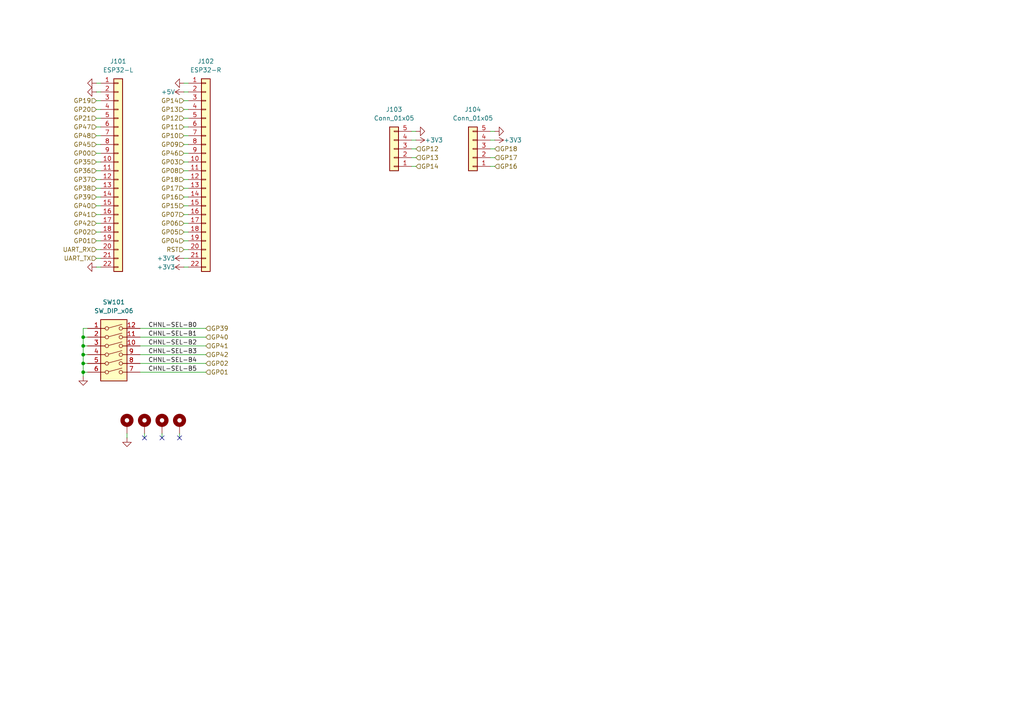
<source format=kicad_sch>
(kicad_sch (version 20250114) (generator "eeschema") (generator_version "9.0")
  (paper "A4")
  (lib_symbols
    (symbol "Connector_Generic:Conn_01x05" (pin_names (offset 1.016) (hide yes))
      (property "Reference" "J" (at 0 7.62 0))
      (property "Value" "Conn_01x05" (at 0 -7.62 0))
      (symbol "Conn_01x05_1_1"
        (rectangle (start -1.27 6.35) (end 1.27 -6.35) (stroke (width 0.254)) (fill (type background)))
        (rectangle (start -1.27 5.207) (end 0 4.953) (stroke (width 0.1524)))
        (rectangle (start -1.27 2.667) (end 0 2.413) (stroke (width 0.1524)))
        (rectangle (start -1.27 0.127) (end 0 -0.127) (stroke (width 0.1524)))
        (rectangle (start -1.27 -2.413) (end 0 -2.667) (stroke (width 0.1524)))
        (rectangle (start -1.27 -4.953) (end 0 -5.207) (stroke (width 0.1524)))
        (pin passive line (at -5.08 5.08 0) (length 3.81) (name "Pin_1") (number "1"))
        (pin passive line (at -5.08 2.54 0) (length 3.81) (name "Pin_2") (number "2"))
        (pin passive line (at -5.08 0 0) (length 3.81) (name "Pin_3") (number "3"))
        (pin passive line (at -5.08 -2.54 0) (length 3.81) (name "Pin_4") (number "4"))
        (pin passive line (at -5.08 -5.08 0) (length 3.81) (name "Pin_5") (number "5"))
      )
    )
    (symbol "Connector_Generic:Conn_01x22" (pin_names (offset 1.016) (hide yes))
      (property "Reference" "J" (at 0 27.94 0))
      (property "Value" "Conn_01x22" (at 0 -30.48 0))
      (symbol "Conn_01x22_1_1"
        (rectangle (start -1.27 26.67) (end 1.27 -29.21) (stroke (width 0.254)) (fill (type background)))
        (rectangle (start -1.27 25.527) (end 0 25.273) (stroke (width 0.1524)))
        (rectangle (start -1.27 22.987) (end 0 22.733) (stroke (width 0.1524)))
        (rectangle (start -1.27 20.447) (end 0 20.193) (stroke (width 0.1524)))
        (rectangle (start -1.27 17.907) (end 0 17.653) (stroke (width 0.1524)))
        (rectangle (start -1.27 15.367) (end 0 15.113) (stroke (width 0.1524)))
        (rectangle (start -1.27 12.827) (end 0 12.573) (stroke (width 0.1524)))
        (rectangle (start -1.27 10.287) (end 0 10.033) (stroke (width 0.1524)))
        (rectangle (start -1.27 7.747) (end 0 7.493) (stroke (width 0.1524)))
        (rectangle (start -1.27 5.207) (end 0 4.953) (stroke (width 0.1524)))
        (rectangle (start -1.27 2.667) (end 0 2.413) (stroke (width 0.1524)))
        (rectangle (start -1.27 0.127) (end 0 -0.127) (stroke (width 0.1524)))
        (rectangle (start -1.27 -2.413) (end 0 -2.667) (stroke (width 0.1524)))
        (rectangle (start -1.27 -4.953) (end 0 -5.207) (stroke (width 0.1524)))
        (rectangle (start -1.27 -7.493) (end 0 -7.747) (stroke (width 0.1524)))
        (rectangle (start -1.27 -10.033) (end 0 -10.287) (stroke (width 0.1524)))
        (rectangle (start -1.27 -12.573) (end 0 -12.827) (stroke (width 0.1524)))
        (rectangle (start -1.27 -15.113) (end 0 -15.367) (stroke (width 0.1524)))
        (rectangle (start -1.27 -17.653) (end 0 -17.907) (stroke (width 0.1524)))
        (rectangle (start -1.27 -20.193) (end 0 -20.447) (stroke (width 0.1524)))
        (rectangle (start -1.27 -22.733) (end 0 -22.987) (stroke (width 0.1524)))
        (rectangle (start -1.27 -25.273) (end 0 -25.527) (stroke (width 0.1524)))
        (rectangle (start -1.27 -27.813) (end 0 -28.067) (stroke (width 0.1524)))
        (pin passive line (at -5.08 25.4 0) (length 3.81) (name "Pin_1") (number "1"))
        (pin passive line (at -5.08 22.86 0) (length 3.81) (name "Pin_2") (number "2"))
        (pin passive line (at -5.08 20.32 0) (length 3.81) (name "Pin_3") (number "3"))
        (pin passive line (at -5.08 17.78 0) (length 3.81) (name "Pin_4") (number "4"))
        (pin passive line (at -5.08 15.24 0) (length 3.81) (name "Pin_5") (number "5"))
        (pin passive line (at -5.08 12.7 0) (length 3.81) (name "Pin_6") (number "6"))
        (pin passive line (at -5.08 10.16 0) (length 3.81) (name "Pin_7") (number "7"))
        (pin passive line (at -5.08 7.62 0) (length 3.81) (name "Pin_8") (number "8"))
        (pin passive line (at -5.08 5.08 0) (length 3.81) (name "Pin_9") (number "9"))
        (pin passive line (at -5.08 2.54 0) (length 3.81) (name "Pin_10") (number "10"))
        (pin passive line (at -5.08 0 0) (length 3.81) (name "Pin_11") (number "11"))
        (pin passive line (at -5.08 -2.54 0) (length 3.81) (name "Pin_12") (number "12"))
        (pin passive line (at -5.08 -5.08 0) (length 3.81) (name "Pin_13") (number "13"))
        (pin passive line (at -5.08 -7.62 0) (length 3.81) (name "Pin_14") (number "14"))
        (pin passive line (at -5.08 -10.16 0) (length 3.81) (name "Pin_15") (number "15"))
        (pin passive line (at -5.08 -12.7 0) (length 3.81) (name "Pin_16") (number "16"))
        (pin passive line (at -5.08 -15.24 0) (length 3.81) (name "Pin_17") (number "17"))
        (pin passive line (at -5.08 -17.78 0) (length 3.81) (name "Pin_18") (number "18"))
        (pin passive line (at -5.08 -20.32 0) (length 3.81) (name "Pin_19") (number "19"))
        (pin passive line (at -5.08 -22.86 0) (length 3.81) (name "Pin_20") (number "20"))
        (pin passive line (at -5.08 -25.4 0) (length 3.81) (name "Pin_21") (number "21"))
        (pin passive line (at -5.08 -27.94 0) (length 3.81) (name "Pin_22") (number "22"))
      )
    )
    (symbol "Mechanical:MountingHole_Pad" (pin_numbers (hide yes)) (pin_names (offset 1.016) (hide yes)) (exclude_from_sim yes) (in_bom no)
      (property "Reference" "H" (at 0 6.35 0))
      (property "Value" "MountingHole_Pad" (at 0 4.445 0))
      (symbol "MountingHole_Pad_0_1"
        (circle (center 0 1.27) (radius 1.27) (stroke (width 1.27)))
      )
      (symbol "MountingHole_Pad_1_1"
        (pin input line (at 0 -2.54 90) (length 2.54) (name "1") (number "1"))
      )
    )
    (symbol "Switch:SW_DIP_x06" (pin_names (offset 0) (hide yes))
      (property "Reference" "SW" (at 0 11.43 0))
      (property "Value" "SW_DIP_x06" (at 0 -8.89 0))
      (symbol "SW_DIP_x06_0_0"
        (circle (center -2.032 7.62) (radius 0.508))
        (circle (center -2.032 5.08) (radius 0.508))
        (circle (center -2.032 2.54) (radius 0.508))
        (circle (center -2.032 0) (radius 0.508))
        (circle (center -2.032 -2.54) (radius 0.508))
        (circle (center -2.032 -5.08) (radius 0.508))
        (polyline (pts (xy -1.524 7.747) (xy 2.3622 8.7884)))
        (polyline (pts (xy -1.524 5.207) (xy 2.3622 6.2484)))
        (polyline (pts (xy -1.524 2.667) (xy 2.3622 3.7084)))
        (polyline (pts (xy -1.524 0.127) (xy 2.3622 1.1684)))
        (polyline (pts (xy -1.524 -2.3876) (xy 2.3622 -1.3462)))
        (polyline (pts (xy -1.524 -4.9276) (xy 2.3622 -3.8862)))
        (circle (center 2.032 7.62) (radius 0.508))
        (circle (center 2.032 5.08) (radius 0.508))
        (circle (center 2.032 2.54) (radius 0.508))
        (circle (center 2.032 0) (radius 0.508))
        (circle (center 2.032 -2.54) (radius 0.508))
        (circle (center 2.032 -5.08) (radius 0.508))
      )
      (symbol "SW_DIP_x06_0_1"
        (rectangle (start -3.81 10.16) (end 3.81 -7.62) (stroke (width 0.254)) (fill (type background)))
      )
      (symbol "SW_DIP_x06_1_1"
        (pin passive line (at -7.62 7.62 0) (length 5.08) (name "~") (number "1"))
        (pin passive line (at -7.62 5.08 0) (length 5.08) (name "~") (number "2"))
        (pin passive line (at -7.62 2.54 0) (length 5.08) (name "~") (number "3"))
        (pin passive line (at -7.62 0 0) (length 5.08) (name "~") (number "4"))
        (pin passive line (at -7.62 -2.54 0) (length 5.08) (name "~") (number "5"))
        (pin passive line (at -7.62 -5.08 0) (length 5.08) (name "~") (number "6"))
        (pin passive line (at 7.62 7.62 180) (length 5.08) (name "~") (number "12"))
        (pin passive line (at 7.62 5.08 180) (length 5.08) (name "~") (number "11"))
        (pin passive line (at 7.62 2.54 180) (length 5.08) (name "~") (number "10"))
        (pin passive line (at 7.62 0 180) (length 5.08) (name "~") (number "9"))
        (pin passive line (at 7.62 -2.54 180) (length 5.08) (name "~") (number "8"))
        (pin passive line (at 7.62 -5.08 180) (length 5.08) (name "~") (number "7"))
      )
    )
    (symbol "power:+3V3" (power) (pin_numbers (hide yes)) (pin_names (offset 0) (hide yes))
      (property "Value" "+3V3" (at 0 3.556 0))
      (symbol "+3V3_0_1"
        (polyline (pts (xy -0.762 1.27) (xy 0 2.54)))
        (polyline (pts (xy 0 2.54) (xy 0.762 1.27)))
        (polyline (pts (xy 0 0) (xy 0 2.54)))
      )
      (symbol "+3V3_1_1"
        (pin power_in line (at 0 0 90) (length 0) (name "~") (number "1"))
      )
    )
    (symbol "power:+5V" (power) (pin_numbers (hide yes)) (pin_names (offset 0) (hide yes))
      (property "Value" "+5V" (at 0 3.556 0))
      (symbol "+5V_0_1"
        (polyline (pts (xy -0.762 1.27) (xy 0 2.54)))
        (polyline (pts (xy 0 2.54) (xy 0.762 1.27)))
        (polyline (pts (xy 0 0) (xy 0 2.54)))
      )
      (symbol "+5V_1_1"
        (pin power_in line (at 0 0 90) (length 0) (name "~") (number "1"))
      )
    )
    (symbol "power:GND" (power) (pin_numbers (hide yes)) (pin_names (offset 0) (hide yes))
      (property "Value" "GND" (at 0 -3.81 0))
      (symbol "GND_0_1"
        (polyline (pts (xy 0 0) (xy 0 -1.27) (xy 1.27 -1.27) (xy 0 -2.54) (xy -1.27 -1.27) (xy 0 -1.27)))
      )
      (symbol "GND_1_1"
        (pin power_in line (at 0 0 270) (length 0) (name "~") (number "1"))
      )
    )
  )
  (junction (at 24.13 105.41))
  (junction (at 24.13 102.87))
  (junction (at 24.13 97.79))
  (junction (at 24.13 100.33))
  (junction (at 24.13 107.95))
  (no_connect (at 41.91 127))
  (no_connect (at 52.07 127))
  (no_connect (at 46.99 127))
  (wire (pts (xy 24.13 100.33) (xy 25.4 100.33)))
  (wire (pts (xy 24.13 102.87) (xy 24.13 105.41)))
  (wire (pts (xy 52.07 127) (xy 52.07 125.73)))
  (wire (pts (xy 40.64 105.41) (xy 59.69 105.41)))
  (wire (pts (xy 36.83 127) (xy 36.83 125.73)))
  (wire (pts (xy 119.38 48.26) (xy 120.65 48.26)))
  (wire (pts (xy 41.91 127) (xy 41.91 125.73)))
  (wire (pts (xy 53.34 31.75) (xy 54.61 31.75)))
  (wire (pts (xy 27.94 44.45) (xy 29.21 44.45)))
  (wire (pts (xy 27.94 57.15) (xy 29.21 57.15)))
  (wire (pts (xy 27.94 74.93) (xy 29.21 74.93)))
  (wire (pts (xy 53.34 24.13) (xy 54.61 24.13)))
  (wire (pts (xy 27.94 46.99) (xy 29.21 46.99)))
  (wire (pts (xy 24.13 107.95) (xy 24.13 109.22)))
  (wire (pts (xy 24.13 95.25) (xy 25.4 95.25)))
  (wire (pts (xy 119.38 45.72) (xy 120.65 45.72)))
  (wire (pts (xy 142.24 43.18) (xy 143.51 43.18)))
  (wire (pts (xy 53.34 62.23) (xy 54.61 62.23)))
  (wire (pts (xy 40.64 95.25) (xy 59.69 95.25)))
  (wire (pts (xy 53.34 36.83) (xy 54.61 36.83)))
  (wire (pts (xy 53.34 46.99) (xy 54.61 46.99)))
  (wire (pts (xy 53.34 52.07) (xy 54.61 52.07)))
  (wire (pts (xy 53.34 67.31) (xy 54.61 67.31)))
  (wire (pts (xy 142.24 45.72) (xy 143.51 45.72)))
  (wire (pts (xy 27.94 77.47) (xy 29.21 77.47)))
  (wire (pts (xy 27.94 31.75) (xy 29.21 31.75)))
  (wire (pts (xy 142.24 48.26) (xy 143.51 48.26)))
  (wire (pts (xy 24.13 107.95) (xy 25.4 107.95)))
  (wire (pts (xy 27.94 36.83) (xy 29.21 36.83)))
  (wire (pts (xy 53.34 69.85) (xy 54.61 69.85)))
  (wire (pts (xy 27.94 52.07) (xy 29.21 52.07)))
  (wire (pts (xy 27.94 24.13) (xy 29.21 24.13)))
  (wire (pts (xy 24.13 100.33) (xy 24.13 102.87)))
  (wire (pts (xy 119.38 43.18) (xy 120.65 43.18)))
  (wire (pts (xy 24.13 97.79) (xy 24.13 100.33)))
  (wire (pts (xy 53.34 41.91) (xy 54.61 41.91)))
  (wire (pts (xy 53.34 59.69) (xy 54.61 59.69)))
  (wire (pts (xy 53.34 34.29) (xy 54.61 34.29)))
  (wire (pts (xy 27.94 62.23) (xy 29.21 62.23)))
  (wire (pts (xy 40.64 97.79) (xy 59.69 97.79)))
  (wire (pts (xy 53.34 74.93) (xy 54.61 74.93)))
  (wire (pts (xy 40.64 107.95) (xy 59.69 107.95)))
  (wire (pts (xy 53.34 72.39) (xy 54.61 72.39)))
  (wire (pts (xy 24.13 102.87) (xy 25.4 102.87)))
  (wire (pts (xy 27.94 67.31) (xy 29.21 67.31)))
  (wire (pts (xy 27.94 54.61) (xy 29.21 54.61)))
  (wire (pts (xy 24.13 105.41) (xy 25.4 105.41)))
  (wire (pts (xy 53.34 44.45) (xy 54.61 44.45)))
  (wire (pts (xy 40.64 102.87) (xy 59.69 102.87)))
  (wire (pts (xy 119.38 40.64) (xy 120.65 40.64)))
  (wire (pts (xy 53.34 77.47) (xy 54.61 77.47)))
  (wire (pts (xy 53.34 64.77) (xy 54.61 64.77)))
  (wire (pts (xy 27.94 72.39) (xy 29.21 72.39)))
  (wire (pts (xy 53.34 29.21) (xy 54.61 29.21)))
  (wire (pts (xy 40.64 100.33) (xy 59.69 100.33)))
  (wire (pts (xy 27.94 39.37) (xy 29.21 39.37)))
  (wire (pts (xy 53.34 49.53) (xy 54.61 49.53)))
  (wire (pts (xy 27.94 59.69) (xy 29.21 59.69)))
  (wire (pts (xy 24.13 95.25) (xy 24.13 97.79)))
  (wire (pts (xy 27.94 64.77) (xy 29.21 64.77)))
  (wire (pts (xy 27.94 26.67) (xy 29.21 26.67)))
  (wire (pts (xy 27.94 69.85) (xy 29.21 69.85)))
  (wire (pts (xy 27.94 34.29) (xy 29.21 34.29)))
  (wire (pts (xy 53.34 54.61) (xy 54.61 54.61)))
  (wire (pts (xy 142.24 38.1) (xy 143.51 38.1)))
  (wire (pts (xy 27.94 29.21) (xy 29.21 29.21)))
  (wire (pts (xy 24.13 97.79) (xy 25.4 97.79)))
  (wire (pts (xy 46.99 127) (xy 46.99 125.73)))
  (wire (pts (xy 53.34 39.37) (xy 54.61 39.37)))
  (wire (pts (xy 27.94 49.53) (xy 29.21 49.53)))
  (wire (pts (xy 142.24 40.64) (xy 143.51 40.64)))
  (wire (pts (xy 119.38 38.1) (xy 120.65 38.1)))
  (wire (pts (xy 53.34 57.15) (xy 54.61 57.15)))
  (wire (pts (xy 53.34 26.67) (xy 54.61 26.67)))
  (wire (pts (xy 27.94 41.91) (xy 29.21 41.91)))
  (wire (pts (xy 24.13 105.41) (xy 24.13 107.95)))
  (label "CHNL-SEL-B2" (at 57.15 100.33 180))
  (label "CHNL-SEL-B3" (at 57.15 102.87 180))
  (label "CHNL-SEL-B0" (at 57.15 95.25 180))
  (label "CHNL-SEL-B1" (at 57.15 97.79 180))
  (label "CHNL-SEL-B4" (at 57.15 105.41 180))
  (label "CHNL-SEL-B5" (at 57.15 107.95 180))
  (hierarchical_label "GP18" (shape input) (at 53.34 52.07 180))
  (hierarchical_label "GP01" (shape input) (at 59.69 107.95 0))
  (hierarchical_label "UART_TX" (shape input) (at 27.94 74.93 180))
  (hierarchical_label "GP16" (shape input) (at 53.34 57.15 180))
  (hierarchical_label "GP13" (shape input) (at 120.65 45.72 0))
  (hierarchical_label "GP02" (shape input) (at 27.94 67.31 180))
  (hierarchical_label "GP42" (shape input) (at 59.69 102.87 0))
  (hierarchical_label "GP35" (shape input) (at 27.94 46.99 180))
  (hierarchical_label "GP39" (shape input) (at 59.69 95.25 0))
  (hierarchical_label "GP45" (shape input) (at 27.94 41.91 180))
  (hierarchical_label "GP01" (shape input) (at 27.94 69.85 180))
  (hierarchical_label "GP17" (shape input) (at 143.51 45.72 0))
  (hierarchical_label "GP03" (shape input) (at 53.34 46.99 180))
  (hierarchical_label "RST" (shape input) (at 53.34 72.39 180))
  (hierarchical_label "GP14" (shape input) (at 120.65 48.26 0))
  (hierarchical_label "GP48" (shape input) (at 27.94 39.37 180))
  (hierarchical_label "GP40" (shape input) (at 59.69 97.79 0))
  (hierarchical_label "GP47" (shape input) (at 27.94 36.83 180))
  (hierarchical_label "GP12" (shape input) (at 53.34 34.29 180))
  (hierarchical_label "UART_RX" (shape input) (at 27.94 72.39 180))
  (hierarchical_label "GP17" (shape input) (at 53.34 54.61 180))
  (hierarchical_label "GP41" (shape input) (at 27.94 62.23 180))
  (hierarchical_label "GP37" (shape input) (at 27.94 52.07 180))
  (hierarchical_label "GP12" (shape input) (at 120.65 43.18 0))
  (hierarchical_label "GP21" (shape input) (at 27.94 34.29 180))
  (hierarchical_label "GP46" (shape input) (at 53.34 44.45 180))
  (hierarchical_label "GP13" (shape input) (at 53.34 31.75 180))
  (hierarchical_label "GP09" (shape input) (at 53.34 41.91 180))
  (hierarchical_label "GP38" (shape input) (at 27.94 54.61 180))
  (hierarchical_label "GP20" (shape input) (at 27.94 31.75 180))
  (hierarchical_label "GP10" (shape input) (at 53.34 39.37 180))
  (hierarchical_label "GP04" (shape input) (at 53.34 69.85 180))
  (hierarchical_label "GP05" (shape input) (at 53.34 67.31 180))
  (hierarchical_label "GP16" (shape input) (at 143.51 48.26 0))
  (hierarchical_label "GP02" (shape input) (at 59.69 105.41 0))
  (hierarchical_label "GP00" (shape input) (at 27.94 44.45 180))
  (hierarchical_label "GP18" (shape input) (at 143.51 43.18 0))
  (hierarchical_label "GP39" (shape input) (at 27.94 57.15 180))
  (hierarchical_label "GP36" (shape input) (at 27.94 49.53 180))
  (hierarchical_label "GP07" (shape input) (at 53.34 62.23 180))
  (hierarchical_label "GP40" (shape input) (at 27.94 59.69 180))
  (hierarchical_label "GP06" (shape input) (at 53.34 64.77 180))
  (hierarchical_label "GP41" (shape input) (at 59.69 100.33 0))
  (hierarchical_label "GP14" (shape input) (at 53.34 29.21 180))
  (hierarchical_label "GP15" (shape input) (at 53.34 59.69 180))
  (hierarchical_label "GP19" (shape input) (at 27.94 29.21 180))
  (hierarchical_label "GP11" (shape input) (at 53.34 36.83 180))
  (hierarchical_label "GP08" (shape input) (at 53.34 49.53 180))
  (hierarchical_label "GP42" (shape input) (at 27.94 64.77 180))
  (symbol (lib_id "Connector_Generic:Conn_01x05") (at 137.16 43.18 180) (unit 1)
    (property "Reference" "J104" (at 137.16 31.75 0))
    (property "Value" "Conn_01x05" (at 137.16 34.29 0))
    (property "Footprint" "Connector_PinSocket_2.54mm:PinSocket_1x05_P2.54mm_Horizontal" (effects (hide yes)))
    (property "Description" "Generic connector, single row, 01x05, script generated (kicad-library-utils/schlib/autogen/connector/)" (effects (hide yes)))
  )
  (symbol (lib_id "power:GND") (at 143.51 38.1 90) (mirror x) (unit 1)
    (property "Reference" "#PWR0111" (effects (hide yes)))
    (property "Value" "GND" (effects (hide yes)))
    (property "Description" "Power symbol creates a global label with name \"GND\" , ground" (effects (hide yes)))
  )
  (symbol (lib_id "Connector_Generic:Conn_01x22") (at 59.69 49.53 0) (unit 1)
    (property "Reference" "J102" (at 59.69 17.78 0))
    (property "Value" "ESP32-R" (at 59.69 20.32 0))
    (property "Footprint" "Connector_PinSocket_2.54mm:PinSocket_1x22_P2.54mm_Vertical" (effects (hide yes)))
    (property "Description" "Generic connector, single row, 01x22, script generated (kicad-library-utils/schlib/autogen/connector/)" (effects (hide yes)))
  )
  (symbol (lib_id "Mechanical:MountingHole_Pad") (at 36.83 123.19 0) (unit 1) (exclude_from_sim yes) (in_bom no)
    (property "Reference" "H101" (effects (hide yes)))
    (property "Value" "MountingHole_Pad" (effects (hide yes)))
    (property "Footprint" "MountingHole:MountingHole_3.2mm_M3_DIN965_Pad_TopBottom" (effects (hide yes)))
    (property "Description" "Mounting Hole with connection" (effects (hide yes)))
  )
  (symbol (lib_id "Mechanical:MountingHole_Pad") (at 46.99 123.19 0) (unit 1) (exclude_from_sim yes) (in_bom no)
    (property "Reference" "H103" (effects (hide yes)))
    (property "Value" "MountingHole_Pad" (effects (hide yes)))
    (property "Footprint" "MountingHole:MountingHole_3.2mm_M3_DIN965_Pad_TopBottom" (effects (hide yes)))
    (property "Description" "Mounting Hole with connection" (effects (hide yes)))
  )
  (symbol (lib_id "power:GND") (at 27.94 26.67 270) (unit 1)
    (property "Reference" "#PWR0103" (effects (hide yes)))
    (property "Value" "GND" (effects (hide yes)))
    (property "Description" "Power symbol creates a global label with name \"GND\" , ground" (effects (hide yes)))
  )
  (symbol (lib_id "power:GND") (at 24.13 109.22 0) (unit 1)
    (property "Reference" "#PWR0108" (effects (hide yes)))
    (property "Value" "GND" (effects (hide yes)))
    (property "Description" "Power symbol creates a global label with name \"GND\" , ground" (effects (hide yes)))
  )
  (symbol (lib_id "Connector_Generic:Conn_01x05") (at 114.3 43.18 180) (unit 1)
    (property "Reference" "J103" (at 114.3 31.75 0))
    (property "Value" "Conn_01x05" (at 114.3 34.29 0))
    (property "Footprint" "Connector_PinSocket_2.54mm:PinSocket_1x05_P2.54mm_Horizontal" (effects (hide yes)))
    (property "Description" "Generic connector, single row, 01x05, script generated (kicad-library-utils/schlib/autogen/connector/)" (effects (hide yes)))
  )
  (symbol (lib_id "Switch:SW_DIP_x06") (at 33.02 102.87 0) (unit 1)
    (property "Reference" "SW101" (at 33.02 87.63 0))
    (property "Value" "SW_DIP_x06" (at 33.02 90.17 0))
    (property "Footprint" "Button_Switch_THT:SW_DIP_SPSTx06_Slide_9.78x17.42mm_W7.62mm_P2.54mm" (effects (hide yes)))
    (property "Description" "6x DIP Switch, Single Pole Single Throw (SPST) switch, small symbol" (effects (hide yes)))
  )
  (symbol (lib_id "power:GND") (at 27.94 77.47 270) (unit 1)
    (property "Reference" "#PWR0106" (effects (hide yes)))
    (property "Value" "GND" (effects (hide yes)))
    (property "Description" "Power symbol creates a global label with name \"GND\" , ground" (effects (hide yes)))
  )
  (symbol (lib_id "power:+5V") (at 53.34 26.67 90) (unit 1)
    (property "Reference" "#PWR0104" (effects (hide yes)))
    (property "Value" "+5V" (at 50.8 26.67 90) (effects (justify left)))
    (property "Description" "Power symbol creates a global label with name \"+5V\"" (effects (hide yes)))
  )
  (symbol (lib_id "Mechanical:MountingHole_Pad") (at 52.07 123.19 0) (unit 1) (exclude_from_sim yes) (in_bom no)
    (property "Reference" "H104" (effects (hide yes)))
    (property "Value" "MountingHole_Pad" (effects (hide yes)))
    (property "Footprint" "MountingHole:MountingHole_3.2mm_M3_DIN965_Pad_TopBottom" (effects (hide yes)))
    (property "Description" "Mounting Hole with connection" (effects (hide yes)))
  )
  (symbol (lib_id "power:+3V3") (at 120.65 40.64 270) (mirror x) (unit 1)
    (property "Reference" "#PWR0109" (effects (hide yes)))
    (property "Value" "+3V3" (at 123.19 40.64 90) (effects (justify left)))
    (property "Description" "Power symbol creates a global label with name \"+3V3\"" (effects (hide yes)))
  )
  (symbol (lib_id "Mechanical:MountingHole_Pad") (at 41.91 123.19 0) (unit 1) (exclude_from_sim yes) (in_bom no)
    (property "Reference" "H102" (effects (hide yes)))
    (property "Value" "MountingHole_Pad" (effects (hide yes)))
    (property "Footprint" "MountingHole:MountingHole_3.2mm_M3_DIN965_Pad_TopBottom" (effects (hide yes)))
    (property "Description" "Mounting Hole with connection" (effects (hide yes)))
  )
  (symbol (lib_id "power:+3V3") (at 53.34 77.47 90) (unit 1)
    (property "Reference" "#PWR0107" (effects (hide yes)))
    (property "Value" "+3V3" (at 50.8 77.47 90) (effects (justify left)))
    (property "Description" "Power symbol creates a global label with name \"+3V3\"" (effects (hide yes)))
  )
  (symbol (lib_id "power:GND") (at 53.34 24.13 270) (unit 1)
    (property "Reference" "#PWR0102" (effects (hide yes)))
    (property "Value" "GND" (effects (hide yes)))
    (property "Description" "Power symbol creates a global label with name \"GND\" , ground" (effects (hide yes)))
  )
  (symbol (lib_id "power:+3V3") (at 143.51 40.64 270) (mirror x) (unit 1)
    (property "Reference" "#PWR0112" (effects (hide yes)))
    (property "Value" "+3V3" (at 146.05 40.64 90) (effects (justify left)))
    (property "Description" "Power symbol creates a global label with name \"+3V3\"" (effects (hide yes)))
  )
  (symbol (lib_id "power:GND") (at 120.65 38.1 90) (mirror x) (unit 1)
    (property "Reference" "#PWR0110" (effects (hide yes)))
    (property "Value" "GND" (effects (hide yes)))
    (property "Description" "Power symbol creates a global label with name \"GND\" , ground" (effects (hide yes)))
  )
  (symbol (lib_id "Connector_Generic:Conn_01x22") (at 34.29 49.53 0) (unit 1)
    (property "Reference" "J101" (at 34.29 17.78 0))
    (property "Value" "ESP32-L" (at 34.29 20.32 0))
    (property "Footprint" "Connector_PinSocket_2.54mm:PinSocket_1x22_P2.54mm_Vertical" (effects (hide yes)))
    (property "Description" "Generic connector, single row, 01x22, script generated (kicad-library-utils/schlib/autogen/connector/)" (effects (hide yes)))
  )
  (symbol (lib_id "power:GND") (at 36.83 127 0) (unit 1)
    (property "Reference" "#PWR0113" (effects (hide yes)))
    (property "Value" "GND" (effects (hide yes)))
    (property "Description" "Power symbol creates a global label with name \"GND\" , ground" (effects (hide yes)))
  )
  (symbol (lib_id "power:GND") (at 27.94 24.13 270) (unit 1)
    (property "Reference" "#PWR0101" (effects (hide yes)))
    (property "Value" "GND" (effects (hide yes)))
    (property "Description" "Power symbol creates a global label with name \"GND\" , ground" (effects (hide yes)))
  )
  (symbol (lib_id "power:+3V3") (at 53.34 74.93 90) (unit 1)
    (property "Reference" "#PWR0105" (effects (hide yes)))
    (property "Value" "+3V3" (at 50.8 74.93 90) (effects (justify left)))
    (property "Description" "Power symbol creates a global label with name \"+3V3\"" (effects (hide yes)))
  )
)
</source>
